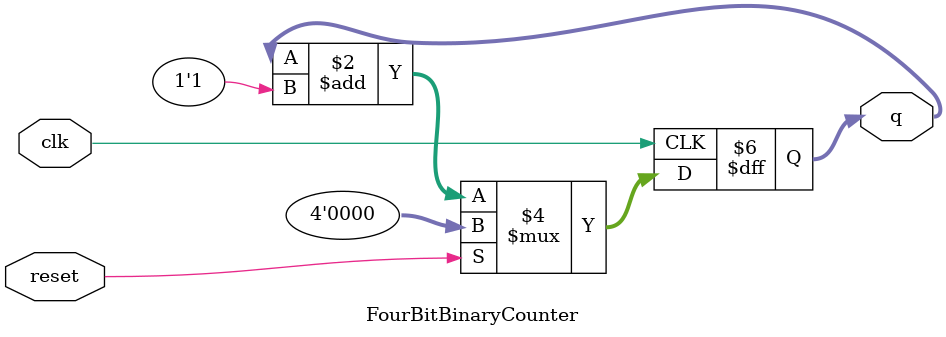
<source format=v>


module FourBitBinaryCounter
(
  input clk,
  input reset,
  output [3:0] q
);


  always @(posedge clk) begin
    if(reset) q <= 0; 
    else q <= q + 1'b1;
  end


endmodule


</source>
